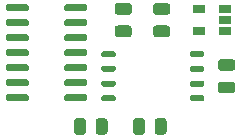
<source format=gtp>
G04 #@! TF.GenerationSoftware,KiCad,Pcbnew,(5.1.9-0-10_14)*
G04 #@! TF.CreationDate,2023-06-12T04:28:03-04:00*
G04 #@! TF.ProjectId,LiBCM-Daughterboard,4c694243-4d2d-4446-9175-676874657262,A*
G04 #@! TF.SameCoordinates,Original*
G04 #@! TF.FileFunction,Paste,Top*
G04 #@! TF.FilePolarity,Positive*
%FSLAX46Y46*%
G04 Gerber Fmt 4.6, Leading zero omitted, Abs format (unit mm)*
G04 Created by KiCad (PCBNEW (5.1.9-0-10_14)) date 2023-06-12 04:28:03*
%MOMM*%
%LPD*%
G01*
G04 APERTURE LIST*
%ADD10R,1.060000X0.650000*%
G04 APERTURE END LIST*
G04 #@! TO.C,C1*
G36*
G01*
X45725000Y-166200000D02*
X44775000Y-166200000D01*
G75*
G02*
X44525000Y-165950000I0J250000D01*
G01*
X44525000Y-165450000D01*
G75*
G02*
X44775000Y-165200000I250000J0D01*
G01*
X45725000Y-165200000D01*
G75*
G02*
X45975000Y-165450000I0J-250000D01*
G01*
X45975000Y-165950000D01*
G75*
G02*
X45725000Y-166200000I-250000J0D01*
G01*
G37*
G36*
G01*
X45725000Y-164300000D02*
X44775000Y-164300000D01*
G75*
G02*
X44525000Y-164050000I0J250000D01*
G01*
X44525000Y-163550000D01*
G75*
G02*
X44775000Y-163300000I250000J0D01*
G01*
X45725000Y-163300000D01*
G75*
G02*
X45975000Y-163550000I0J-250000D01*
G01*
X45975000Y-164050000D01*
G75*
G02*
X45725000Y-164300000I-250000J0D01*
G01*
G37*
G04 #@! TD*
G04 #@! TO.C,C3*
G36*
G01*
X53525000Y-169950000D02*
X54475000Y-169950000D01*
G75*
G02*
X54725000Y-170200000I0J-250000D01*
G01*
X54725000Y-170700000D01*
G75*
G02*
X54475000Y-170950000I-250000J0D01*
G01*
X53525000Y-170950000D01*
G75*
G02*
X53275000Y-170700000I0J250000D01*
G01*
X53275000Y-170200000D01*
G75*
G02*
X53525000Y-169950000I250000J0D01*
G01*
G37*
G36*
G01*
X53525000Y-168050000D02*
X54475000Y-168050000D01*
G75*
G02*
X54725000Y-168300000I0J-250000D01*
G01*
X54725000Y-168800000D01*
G75*
G02*
X54475000Y-169050000I-250000J0D01*
G01*
X53525000Y-169050000D01*
G75*
G02*
X53275000Y-168800000I0J250000D01*
G01*
X53275000Y-168300000D01*
G75*
G02*
X53525000Y-168050000I250000J0D01*
G01*
G37*
G04 #@! TD*
G04 #@! TO.C,C4*
G36*
G01*
X48975000Y-166200000D02*
X48025000Y-166200000D01*
G75*
G02*
X47775000Y-165950000I0J250000D01*
G01*
X47775000Y-165450000D01*
G75*
G02*
X48025000Y-165200000I250000J0D01*
G01*
X48975000Y-165200000D01*
G75*
G02*
X49225000Y-165450000I0J-250000D01*
G01*
X49225000Y-165950000D01*
G75*
G02*
X48975000Y-166200000I-250000J0D01*
G01*
G37*
G36*
G01*
X48975000Y-164300000D02*
X48025000Y-164300000D01*
G75*
G02*
X47775000Y-164050000I0J250000D01*
G01*
X47775000Y-163550000D01*
G75*
G02*
X48025000Y-163300000I250000J0D01*
G01*
X48975000Y-163300000D01*
G75*
G02*
X49225000Y-163550000I0J-250000D01*
G01*
X49225000Y-164050000D01*
G75*
G02*
X48975000Y-164300000I-250000J0D01*
G01*
G37*
G04 #@! TD*
G04 #@! TO.C,R1*
G36*
G01*
X46075000Y-174200001D02*
X46075000Y-173299999D01*
G75*
G02*
X46324999Y-173050000I249999J0D01*
G01*
X46850001Y-173050000D01*
G75*
G02*
X47100000Y-173299999I0J-249999D01*
G01*
X47100000Y-174200001D01*
G75*
G02*
X46850001Y-174450000I-249999J0D01*
G01*
X46324999Y-174450000D01*
G75*
G02*
X46075000Y-174200001I0J249999D01*
G01*
G37*
G36*
G01*
X47900000Y-174200001D02*
X47900000Y-173299999D01*
G75*
G02*
X48149999Y-173050000I249999J0D01*
G01*
X48675001Y-173050000D01*
G75*
G02*
X48925000Y-173299999I0J-249999D01*
G01*
X48925000Y-174200001D01*
G75*
G02*
X48675001Y-174450000I-249999J0D01*
G01*
X48149999Y-174450000D01*
G75*
G02*
X47900000Y-174200001I0J249999D01*
G01*
G37*
G04 #@! TD*
G04 #@! TO.C,R2*
G36*
G01*
X42100000Y-173299999D02*
X42100000Y-174200001D01*
G75*
G02*
X41850001Y-174450000I-249999J0D01*
G01*
X41324999Y-174450000D01*
G75*
G02*
X41075000Y-174200001I0J249999D01*
G01*
X41075000Y-173299999D01*
G75*
G02*
X41324999Y-173050000I249999J0D01*
G01*
X41850001Y-173050000D01*
G75*
G02*
X42100000Y-173299999I0J-249999D01*
G01*
G37*
G36*
G01*
X43925000Y-173299999D02*
X43925000Y-174200001D01*
G75*
G02*
X43675001Y-174450000I-249999J0D01*
G01*
X43149999Y-174450000D01*
G75*
G02*
X42900000Y-174200001I0J249999D01*
G01*
X42900000Y-173299999D01*
G75*
G02*
X43149999Y-173050000I249999J0D01*
G01*
X43675001Y-173050000D01*
G75*
G02*
X43925000Y-173299999I0J-249999D01*
G01*
G37*
G04 #@! TD*
G04 #@! TO.C,U1*
G36*
G01*
X52100000Y-171250000D02*
X52100000Y-171500000D01*
G75*
G02*
X51975000Y-171625000I-125000J0D01*
G01*
X51025000Y-171625000D01*
G75*
G02*
X50900000Y-171500000I0J125000D01*
G01*
X50900000Y-171250000D01*
G75*
G02*
X51025000Y-171125000I125000J0D01*
G01*
X51975000Y-171125000D01*
G75*
G02*
X52100000Y-171250000I0J-125000D01*
G01*
G37*
G36*
G01*
X52100000Y-170000000D02*
X52100000Y-170250000D01*
G75*
G02*
X51975000Y-170375000I-125000J0D01*
G01*
X51025000Y-170375000D01*
G75*
G02*
X50900000Y-170250000I0J125000D01*
G01*
X50900000Y-170000000D01*
G75*
G02*
X51025000Y-169875000I125000J0D01*
G01*
X51975000Y-169875000D01*
G75*
G02*
X52100000Y-170000000I0J-125000D01*
G01*
G37*
G36*
G01*
X52100000Y-168750000D02*
X52100000Y-169000000D01*
G75*
G02*
X51975000Y-169125000I-125000J0D01*
G01*
X51025000Y-169125000D01*
G75*
G02*
X50900000Y-169000000I0J125000D01*
G01*
X50900000Y-168750000D01*
G75*
G02*
X51025000Y-168625000I125000J0D01*
G01*
X51975000Y-168625000D01*
G75*
G02*
X52100000Y-168750000I0J-125000D01*
G01*
G37*
G36*
G01*
X52100000Y-167500000D02*
X52100000Y-167750000D01*
G75*
G02*
X51975000Y-167875000I-125000J0D01*
G01*
X51025000Y-167875000D01*
G75*
G02*
X50900000Y-167750000I0J125000D01*
G01*
X50900000Y-167500000D01*
G75*
G02*
X51025000Y-167375000I125000J0D01*
G01*
X51975000Y-167375000D01*
G75*
G02*
X52100000Y-167500000I0J-125000D01*
G01*
G37*
G36*
G01*
X44600000Y-167500000D02*
X44600000Y-167750000D01*
G75*
G02*
X44475000Y-167875000I-125000J0D01*
G01*
X43525000Y-167875000D01*
G75*
G02*
X43400000Y-167750000I0J125000D01*
G01*
X43400000Y-167500000D01*
G75*
G02*
X43525000Y-167375000I125000J0D01*
G01*
X44475000Y-167375000D01*
G75*
G02*
X44600000Y-167500000I0J-125000D01*
G01*
G37*
G36*
G01*
X44600000Y-168750000D02*
X44600000Y-169000000D01*
G75*
G02*
X44475000Y-169125000I-125000J0D01*
G01*
X43525000Y-169125000D01*
G75*
G02*
X43400000Y-169000000I0J125000D01*
G01*
X43400000Y-168750000D01*
G75*
G02*
X43525000Y-168625000I125000J0D01*
G01*
X44475000Y-168625000D01*
G75*
G02*
X44600000Y-168750000I0J-125000D01*
G01*
G37*
G36*
G01*
X44600000Y-170000000D02*
X44600000Y-170250000D01*
G75*
G02*
X44475000Y-170375000I-125000J0D01*
G01*
X43525000Y-170375000D01*
G75*
G02*
X43400000Y-170250000I0J125000D01*
G01*
X43400000Y-170000000D01*
G75*
G02*
X43525000Y-169875000I125000J0D01*
G01*
X44475000Y-169875000D01*
G75*
G02*
X44600000Y-170000000I0J-125000D01*
G01*
G37*
G36*
G01*
X44600000Y-171250000D02*
X44600000Y-171500000D01*
G75*
G02*
X44475000Y-171625000I-125000J0D01*
G01*
X43525000Y-171625000D01*
G75*
G02*
X43400000Y-171500000I0J125000D01*
G01*
X43400000Y-171250000D01*
G75*
G02*
X43525000Y-171125000I125000J0D01*
G01*
X44475000Y-171125000D01*
G75*
G02*
X44600000Y-171250000I0J-125000D01*
G01*
G37*
G04 #@! TD*
G04 #@! TO.C,U2*
G36*
G01*
X35300000Y-163840000D02*
X35300000Y-163540000D01*
G75*
G02*
X35450000Y-163390000I150000J0D01*
G01*
X37100000Y-163390000D01*
G75*
G02*
X37250000Y-163540000I0J-150000D01*
G01*
X37250000Y-163840000D01*
G75*
G02*
X37100000Y-163990000I-150000J0D01*
G01*
X35450000Y-163990000D01*
G75*
G02*
X35300000Y-163840000I0J150000D01*
G01*
G37*
G36*
G01*
X35300000Y-165110000D02*
X35300000Y-164810000D01*
G75*
G02*
X35450000Y-164660000I150000J0D01*
G01*
X37100000Y-164660000D01*
G75*
G02*
X37250000Y-164810000I0J-150000D01*
G01*
X37250000Y-165110000D01*
G75*
G02*
X37100000Y-165260000I-150000J0D01*
G01*
X35450000Y-165260000D01*
G75*
G02*
X35300000Y-165110000I0J150000D01*
G01*
G37*
G36*
G01*
X35300000Y-166380000D02*
X35300000Y-166080000D01*
G75*
G02*
X35450000Y-165930000I150000J0D01*
G01*
X37100000Y-165930000D01*
G75*
G02*
X37250000Y-166080000I0J-150000D01*
G01*
X37250000Y-166380000D01*
G75*
G02*
X37100000Y-166530000I-150000J0D01*
G01*
X35450000Y-166530000D01*
G75*
G02*
X35300000Y-166380000I0J150000D01*
G01*
G37*
G36*
G01*
X35300000Y-167650000D02*
X35300000Y-167350000D01*
G75*
G02*
X35450000Y-167200000I150000J0D01*
G01*
X37100000Y-167200000D01*
G75*
G02*
X37250000Y-167350000I0J-150000D01*
G01*
X37250000Y-167650000D01*
G75*
G02*
X37100000Y-167800000I-150000J0D01*
G01*
X35450000Y-167800000D01*
G75*
G02*
X35300000Y-167650000I0J150000D01*
G01*
G37*
G36*
G01*
X35300000Y-168920000D02*
X35300000Y-168620000D01*
G75*
G02*
X35450000Y-168470000I150000J0D01*
G01*
X37100000Y-168470000D01*
G75*
G02*
X37250000Y-168620000I0J-150000D01*
G01*
X37250000Y-168920000D01*
G75*
G02*
X37100000Y-169070000I-150000J0D01*
G01*
X35450000Y-169070000D01*
G75*
G02*
X35300000Y-168920000I0J150000D01*
G01*
G37*
G36*
G01*
X35300000Y-170190000D02*
X35300000Y-169890000D01*
G75*
G02*
X35450000Y-169740000I150000J0D01*
G01*
X37100000Y-169740000D01*
G75*
G02*
X37250000Y-169890000I0J-150000D01*
G01*
X37250000Y-170190000D01*
G75*
G02*
X37100000Y-170340000I-150000J0D01*
G01*
X35450000Y-170340000D01*
G75*
G02*
X35300000Y-170190000I0J150000D01*
G01*
G37*
G36*
G01*
X35300000Y-171460000D02*
X35300000Y-171160000D01*
G75*
G02*
X35450000Y-171010000I150000J0D01*
G01*
X37100000Y-171010000D01*
G75*
G02*
X37250000Y-171160000I0J-150000D01*
G01*
X37250000Y-171460000D01*
G75*
G02*
X37100000Y-171610000I-150000J0D01*
G01*
X35450000Y-171610000D01*
G75*
G02*
X35300000Y-171460000I0J150000D01*
G01*
G37*
G36*
G01*
X40250000Y-171460000D02*
X40250000Y-171160000D01*
G75*
G02*
X40400000Y-171010000I150000J0D01*
G01*
X42050000Y-171010000D01*
G75*
G02*
X42200000Y-171160000I0J-150000D01*
G01*
X42200000Y-171460000D01*
G75*
G02*
X42050000Y-171610000I-150000J0D01*
G01*
X40400000Y-171610000D01*
G75*
G02*
X40250000Y-171460000I0J150000D01*
G01*
G37*
G36*
G01*
X40250000Y-170190000D02*
X40250000Y-169890000D01*
G75*
G02*
X40400000Y-169740000I150000J0D01*
G01*
X42050000Y-169740000D01*
G75*
G02*
X42200000Y-169890000I0J-150000D01*
G01*
X42200000Y-170190000D01*
G75*
G02*
X42050000Y-170340000I-150000J0D01*
G01*
X40400000Y-170340000D01*
G75*
G02*
X40250000Y-170190000I0J150000D01*
G01*
G37*
G36*
G01*
X40250000Y-168920000D02*
X40250000Y-168620000D01*
G75*
G02*
X40400000Y-168470000I150000J0D01*
G01*
X42050000Y-168470000D01*
G75*
G02*
X42200000Y-168620000I0J-150000D01*
G01*
X42200000Y-168920000D01*
G75*
G02*
X42050000Y-169070000I-150000J0D01*
G01*
X40400000Y-169070000D01*
G75*
G02*
X40250000Y-168920000I0J150000D01*
G01*
G37*
G36*
G01*
X40250000Y-167650000D02*
X40250000Y-167350000D01*
G75*
G02*
X40400000Y-167200000I150000J0D01*
G01*
X42050000Y-167200000D01*
G75*
G02*
X42200000Y-167350000I0J-150000D01*
G01*
X42200000Y-167650000D01*
G75*
G02*
X42050000Y-167800000I-150000J0D01*
G01*
X40400000Y-167800000D01*
G75*
G02*
X40250000Y-167650000I0J150000D01*
G01*
G37*
G36*
G01*
X40250000Y-166380000D02*
X40250000Y-166080000D01*
G75*
G02*
X40400000Y-165930000I150000J0D01*
G01*
X42050000Y-165930000D01*
G75*
G02*
X42200000Y-166080000I0J-150000D01*
G01*
X42200000Y-166380000D01*
G75*
G02*
X42050000Y-166530000I-150000J0D01*
G01*
X40400000Y-166530000D01*
G75*
G02*
X40250000Y-166380000I0J150000D01*
G01*
G37*
G36*
G01*
X40250000Y-165110000D02*
X40250000Y-164810000D01*
G75*
G02*
X40400000Y-164660000I150000J0D01*
G01*
X42050000Y-164660000D01*
G75*
G02*
X42200000Y-164810000I0J-150000D01*
G01*
X42200000Y-165110000D01*
G75*
G02*
X42050000Y-165260000I-150000J0D01*
G01*
X40400000Y-165260000D01*
G75*
G02*
X40250000Y-165110000I0J150000D01*
G01*
G37*
G36*
G01*
X40250000Y-163840000D02*
X40250000Y-163540000D01*
G75*
G02*
X40400000Y-163390000I150000J0D01*
G01*
X42050000Y-163390000D01*
G75*
G02*
X42200000Y-163540000I0J-150000D01*
G01*
X42200000Y-163840000D01*
G75*
G02*
X42050000Y-163990000I-150000J0D01*
G01*
X40400000Y-163990000D01*
G75*
G02*
X40250000Y-163840000I0J150000D01*
G01*
G37*
G04 #@! TD*
D10*
G04 #@! TO.C,U3*
X53850000Y-165700000D03*
X53850000Y-164750000D03*
X53850000Y-163800000D03*
X51650000Y-163800000D03*
X51650000Y-165700000D03*
G04 #@! TD*
M02*

</source>
